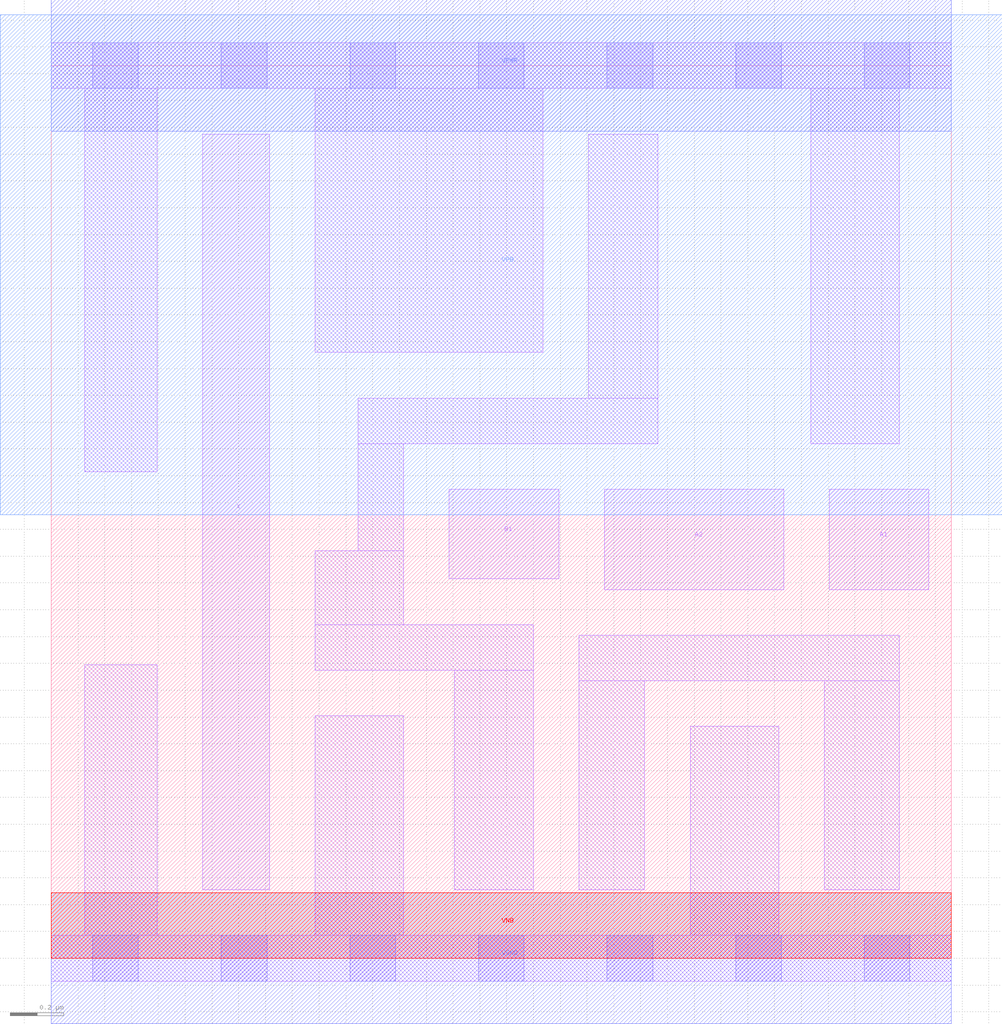
<source format=lef>
# Copyright 2020 The SkyWater PDK Authors
#
# Licensed under the Apache License, Version 2.0 (the "License");
# you may not use this file except in compliance with the License.
# You may obtain a copy of the License at
#
#     https://www.apache.org/licenses/LICENSE-2.0
#
# Unless required by applicable law or agreed to in writing, software
# distributed under the License is distributed on an "AS IS" BASIS,
# WITHOUT WARRANTIES OR CONDITIONS OF ANY KIND, either express or implied.
# See the License for the specific language governing permissions and
# limitations under the License.
#
# SPDX-License-Identifier: Apache-2.0

VERSION 5.7 ;
  NOWIREEXTENSIONATPIN ON ;
  DIVIDERCHAR "/" ;
  BUSBITCHARS "[]" ;
MACRO sky130_fd_sc_lp__o21a_2
  CLASS CORE ;
  FOREIGN sky130_fd_sc_lp__o21a_2 ;
  ORIGIN  0.000000  0.000000 ;
  SIZE  3.360000 BY  3.330000 ;
  SYMMETRY X Y R90 ;
  SITE unit ;
  PIN A1
    ANTENNAGATEAREA  0.315000 ;
    DIRECTION INPUT ;
    USE SIGNAL ;
    PORT
      LAYER li1 ;
        RECT 2.905000 1.375000 3.275000 1.750000 ;
    END
  END A1
  PIN A2
    ANTENNAGATEAREA  0.315000 ;
    DIRECTION INPUT ;
    USE SIGNAL ;
    PORT
      LAYER li1 ;
        RECT 2.065000 1.375000 2.735000 1.750000 ;
    END
  END A2
  PIN B1
    ANTENNAGATEAREA  0.315000 ;
    DIRECTION INPUT ;
    USE SIGNAL ;
    PORT
      LAYER li1 ;
        RECT 1.485000 1.415000 1.895000 1.750000 ;
    END
  END B1
  PIN X
    ANTENNADIFFAREA  0.588000 ;
    DIRECTION OUTPUT ;
    USE SIGNAL ;
    PORT
      LAYER li1 ;
        RECT 0.565000 0.255000 0.815000 3.075000 ;
    END
  END X
  PIN VGND
    DIRECTION INOUT ;
    USE GROUND ;
    PORT
      LAYER met1 ;
        RECT 0.000000 -0.245000 3.360000 0.245000 ;
    END
  END VGND
  PIN VNB
    DIRECTION INOUT ;
    USE GROUND ;
    PORT
      LAYER pwell ;
        RECT 0.000000 0.000000 3.360000 0.245000 ;
    END
  END VNB
  PIN VPB
    DIRECTION INOUT ;
    USE POWER ;
    PORT
      LAYER nwell ;
        RECT -0.190000 1.655000 3.550000 3.520000 ;
    END
  END VPB
  PIN VPWR
    DIRECTION INOUT ;
    USE POWER ;
    PORT
      LAYER met1 ;
        RECT 0.000000 3.085000 3.360000 3.575000 ;
    END
  END VPWR
  OBS
    LAYER li1 ;
      RECT 0.000000 -0.085000 3.360000 0.085000 ;
      RECT 0.000000  3.245000 3.360000 3.415000 ;
      RECT 0.125000  0.085000 0.395000 1.095000 ;
      RECT 0.125000  1.815000 0.395000 3.245000 ;
      RECT 0.985000  0.085000 1.315000 0.905000 ;
      RECT 0.985000  1.075000 1.800000 1.245000 ;
      RECT 0.985000  1.245000 1.315000 1.520000 ;
      RECT 0.985000  2.260000 1.835000 3.245000 ;
      RECT 1.145000  1.520000 1.315000 1.920000 ;
      RECT 1.145000  1.920000 2.265000 2.090000 ;
      RECT 1.505000  0.255000 1.800000 1.075000 ;
      RECT 1.970000  0.255000 2.215000 1.035000 ;
      RECT 1.970000  1.035000 3.165000 1.205000 ;
      RECT 2.005000  2.090000 2.265000 3.075000 ;
      RECT 2.385000  0.085000 2.715000 0.865000 ;
      RECT 2.835000  1.920000 3.165000 3.245000 ;
      RECT 2.885000  0.255000 3.165000 1.035000 ;
    LAYER mcon ;
      RECT 0.155000 -0.085000 0.325000 0.085000 ;
      RECT 0.155000  3.245000 0.325000 3.415000 ;
      RECT 0.635000 -0.085000 0.805000 0.085000 ;
      RECT 0.635000  3.245000 0.805000 3.415000 ;
      RECT 1.115000 -0.085000 1.285000 0.085000 ;
      RECT 1.115000  3.245000 1.285000 3.415000 ;
      RECT 1.595000 -0.085000 1.765000 0.085000 ;
      RECT 1.595000  3.245000 1.765000 3.415000 ;
      RECT 2.075000 -0.085000 2.245000 0.085000 ;
      RECT 2.075000  3.245000 2.245000 3.415000 ;
      RECT 2.555000 -0.085000 2.725000 0.085000 ;
      RECT 2.555000  3.245000 2.725000 3.415000 ;
      RECT 3.035000 -0.085000 3.205000 0.085000 ;
      RECT 3.035000  3.245000 3.205000 3.415000 ;
  END
END sky130_fd_sc_lp__o21a_2
END LIBRARY

</source>
